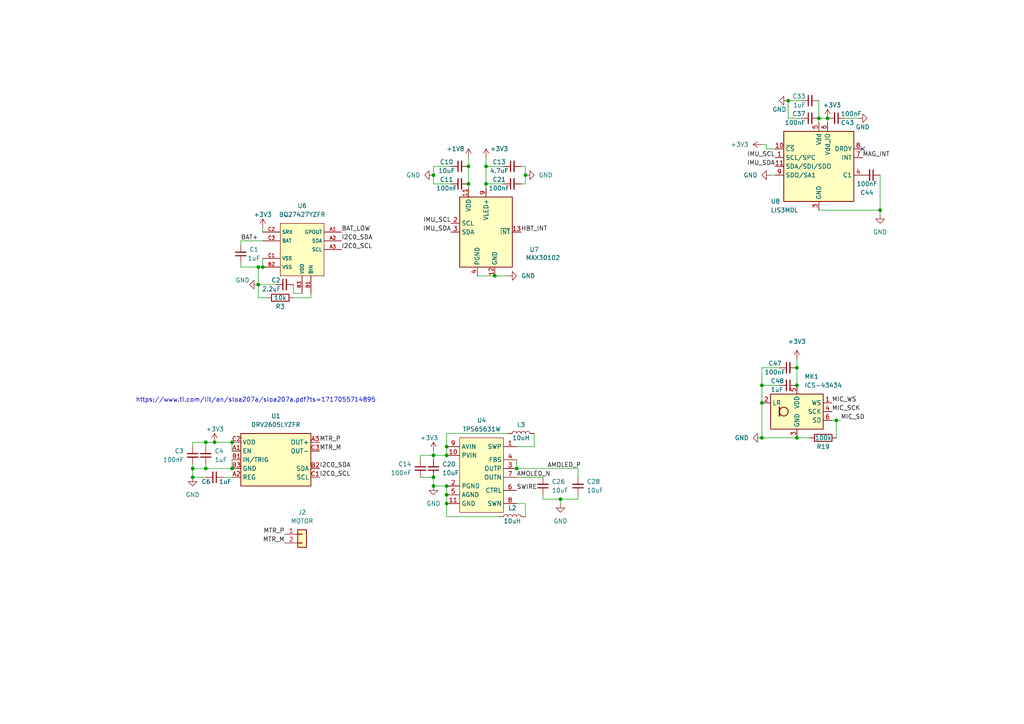
<source format=kicad_sch>
(kicad_sch (version 20230121) (generator eeschema)
  (paper "A4")
  (lib_symbols
    (symbol "Connector_Generic:Conn_01x02" (pin_names (offset 1.016) hide)
      (property "Reference" "J" (at 0 2.54 0))
      (property "Value" "Conn_01x02" (at 0 -5.08 0))
      (symbol "Conn_01x02_1_1"
        (rectangle (start -1.27 -2.413) (end 0 -2.667) (stroke (width 0.1524)))
        (rectangle (start -1.27 0.127) (end 0 -0.127) (stroke (width 0.1524)))
        (rectangle (start -1.27 1.27) (end 1.27 -3.81) (stroke (width 0.254)) (fill (type background)))
        (pin passive line (at -5.08 0 0) (length 3.81) (name "Pin_1") (number "1"))
        (pin passive line (at -5.08 -2.54 0) (length 3.81) (name "Pin_2") (number "2"))
      )
    )
    (symbol "Device:C_Small" (pin_numbers hide) (pin_names (offset 0.254) hide)
      (property "Reference" "C" (at 0.254 1.778 0))
      (property "Value" "C_Small" (at 0.254 -2.032 0))
      (symbol "C_Small_0_1"
        (polyline (pts (xy -1.524 -0.508) (xy 1.524 -0.508)) (stroke (width 0.3302)))
        (polyline (pts (xy -1.524 0.508) (xy 1.524 0.508)) (stroke (width 0.3048)))
      )
      (symbol "C_Small_1_1"
        (pin passive line (at 0 2.54 270) (length 2.032) (name "~") (number "1"))
        (pin passive line (at 0 -2.54 90) (length 2.032) (name "~") (number "2"))
      )
    )
    (symbol "Device:L" (pin_numbers hide) (pin_names (offset 1.016) hide)
      (property "Reference" "L" (at -1.27 0 90))
      (property "Value" "L" (at 1.905 0 90))
      (symbol "L_0_1"
        (arc (start 0 -2.54) (mid 0.6323 -1.905) (end 0 -1.27))
        (arc (start 0 -1.27) (mid 0.6323 -0.635) (end 0 0))
        (arc (start 0 0) (mid 0.6323 0.635) (end 0 1.27))
        (arc (start 0 1.27) (mid 0.6323 1.905) (end 0 2.54))
      )
      (symbol "L_1_1"
        (pin passive line (at 0 3.81 270) (length 1.27) (name "1") (number "1"))
        (pin passive line (at 0 -3.81 90) (length 1.27) (name "2") (number "2"))
      )
    )
    (symbol "Device:R" (pin_numbers hide) (pin_names (offset 0))
      (property "Reference" "R" (at 2.032 0 90))
      (property "Value" "R" (at 0 0 90))
      (symbol "R_0_1"
        (rectangle (start -1.016 -2.54) (end 1.016 2.54) (stroke (width 0.254)))
      )
      (symbol "R_1_1"
        (pin passive line (at 0 3.81 270) (length 1.27) (name "~") (number "1"))
        (pin passive line (at 0 -3.81 90) (length 1.27) (name "~") (number "2"))
      )
    )
    (symbol "Sensor:MAX30102"
      (property "Reference" "U" (at 7.62 15.24 0))
      (property "Value" "MAX30102" (at 7.62 12.7 0))
      (symbol "MAX30102_0_1"
        (rectangle (start -7.62 10.16) (end 7.62 -10.16) (stroke (width 0.254)) (fill (type background)))
      )
      (symbol "MAX30102_1_1"
        (pin no_connect line (at -7.62 5.08 0) (length 2.54) hide (name "NC") (number "1"))
        (pin passive line (at 0 12.7 270) (length 2.54) hide (name "VLED+") (number "10"))
        (pin power_in line (at -5.08 12.7 270) (length 2.54) (name "VDD") (number "11"))
        (pin power_in line (at 2.54 -12.7 90) (length 2.54) (name "GND") (number "12"))
        (pin output line (at 10.16 0 180) (length 2.54) (name "~{INT}") (number "13"))
        (pin no_connect line (at 7.62 2.54 180) (length 2.54) hide (name "NC") (number "14"))
        (pin input line (at -10.16 2.54 0) (length 2.54) (name "SCL") (number "2"))
        (pin bidirectional line (at -10.16 0 0) (length 2.54) (name "SDA") (number "3"))
        (pin power_in line (at -2.54 -12.7 90) (length 2.54) (name "PGND") (number "4"))
        (pin no_connect line (at 7.62 -7.62 180) (length 2.54) hide (name "NC") (number "5"))
        (pin no_connect line (at 7.62 -5.08 180) (length 2.54) hide (name "NC") (number "6"))
        (pin no_connect line (at -7.62 -2.54 0) (length 2.54) hide (name "NC") (number "7"))
        (pin no_connect line (at 7.62 5.08 180) (length 2.54) hide (name "NC") (number "8"))
        (pin power_in line (at 0 12.7 270) (length 2.54) (name "VLED+") (number "9"))
      )
    )
    (symbol "Sensor_Audio:ICS-43434"
      (property "Reference" "MK" (at -7.62 6.35 0))
      (property "Value" "ICS-43434" (at 1.27 6.35 0))
      (symbol "ICS-43434_1_1"
        (rectangle (start -7.62 5.08) (end 7.62 -5.08) (stroke (width 0.254)) (fill (type background)))
        (circle (center -3.81 0) (radius 1.27) (stroke (width 0.254)))
        (polyline (pts (xy -5.08 1.27) (xy -5.08 -1.27)) (stroke (width 0.381)))
        (pin input line (at 10.16 2.54 180) (length 2.54) (name "WS") (number "1"))
        (pin input line (at -10.16 2.54 0) (length 2.54) (name "LR") (number "2"))
        (pin power_in line (at 0 -7.62 90) (length 2.54) (name "GND") (number "3"))
        (pin input line (at 10.16 0 180) (length 2.54) (name "SCK") (number "4"))
        (pin power_in line (at 0 7.62 270) (length 2.54) (name "VDD") (number "5"))
        (pin output line (at 10.16 -2.54 180) (length 2.54) (name "SD") (number "6"))
      )
    )
    (symbol "Sensor_Magnetic:LIS3MDL"
      (property "Reference" "U" (at -8.89 11.43 0))
      (property "Value" "LIS3MDL" (at 7.62 11.43 0))
      (symbol "LIS3MDL_0_1"
        (rectangle (start -10.16 10.16) (end 10.16 -10.16) (stroke (width 0.254)) (fill (type background)))
      )
      (symbol "LIS3MDL_1_1"
        (pin input line (at -12.7 2.54 0) (length 2.54) (name "SCL/SPC") (number "1"))
        (pin input line (at -12.7 5.08 0) (length 2.54) (name "~{CS}") (number "10"))
        (pin bidirectional line (at -12.7 0 0) (length 2.54) (name "SDA/SDI/SDO") (number "11"))
        (pin passive line (at 0 -12.7 90) (length 2.54) hide (name "GND") (number "12"))
        (pin passive line (at 0 -12.7 90) (length 2.54) hide (name "GND") (number "2"))
        (pin power_in line (at 0 -12.7 90) (length 2.54) (name "GND") (number "3"))
        (pin power_out line (at 12.7 -2.54 180) (length 2.54) (name "C1") (number "4"))
        (pin power_in line (at 0 12.7 270) (length 2.54) (name "Vdd") (number "5"))
        (pin power_in line (at 2.54 12.7 270) (length 2.54) (name "Vdd_IO") (number "6"))
        (pin output line (at 12.7 2.54 180) (length 2.54) (name "INT") (number "7"))
        (pin output line (at 12.7 5.08 180) (length 2.54) (name "DRDY") (number "8"))
        (pin bidirectional line (at -12.7 -2.54 0) (length 2.54) (name "SDO/SA1") (number "9"))
      )
    )
    (symbol "custom-lib:BQ27427YZFR"
      (property "Reference" "U" (at 0 11.43 0))
      (property "Value" "BQ27427YZFR" (at 0 8.89 0))
      (symbol "BQ27427YZFR_0_0"
        (pin output line (at 11.43 5.08 180) (length 5.08) (name "GPOUT") (number "A1"))
        (pin bidirectional line (at 11.43 2.54 180) (length 5.08) (name "SDA") (number "A2"))
        (pin input line (at 2.54 -12.7 90) (length 5.08) (name "BIN") (number "B1"))
        (pin power_in line (at -11.43 -5.08 0) (length 5.08) (name "VSS") (number "B2"))
        (pin input line (at -11.43 5.08 0) (length 5.08) (name "SRX") (number "C2"))
        (pin input line (at -11.43 2.54 0) (length 5.08) (name "BAT") (number "C3"))
      )
      (symbol "BQ27427YZFR_1_0"
        (pin input line (at 11.43 0 180) (length 5.08) (name "SCL") (number "A3"))
        (pin power_out line (at 0 -12.7 90) (length 5.08) (name "VDD") (number "B3"))
        (pin power_in line (at -11.43 -2.54 0) (length 5.08) (name "VSS") (number "C1"))
      )
      (symbol "BQ27427YZFR_1_1"
        (rectangle (start -6.35 7.62) (end 6.35 -7.62) (fill (type background)))
      )
    )
    (symbol "custom-lib:DRV2605LYZFR"
      (property "Reference" "U" (at 0 11.43 0))
      (property "Value" "DRV2605LYZFR" (at 0 8.89 0))
      (symbol "DRV2605LYZFR_0_1"
        (rectangle (start -10.16 7.62) (end 10.16 -7.62) (stroke (width 0.254)) (fill (type background)))
      )
      (symbol "DRV2605LYZFR_1_1"
        (pin input line (at -12.7 2.54 0) (length 2.54) (name "EN") (number "A1"))
        (pin passive line (at -12.7 -5.08 0) (length 2.54) (name "REG") (number "A2"))
        (pin output line (at 12.7 5.08 180) (length 2.54) (name "OUT+") (number "A3"))
        (pin input line (at -12.7 0 0) (length 2.54) (name "IN/TRIG") (number "B1"))
        (pin bidirectional line (at 12.7 -2.54 180) (length 2.54) (name "SDA") (number "B2"))
        (pin power_in line (at -12.7 -2.54 0) (length 2.54) (name "GND") (number "B3"))
        (pin input line (at 12.7 -5.08 180) (length 2.54) (name "SCL") (number "C1"))
        (pin power_in line (at -12.7 5.08 0) (length 2.54) (name "VDD") (number "C2"))
        (pin output line (at 12.7 2.54 180) (length 2.54) (name "OUT-") (number "C3"))
      )
    )
    (symbol "custom-lib:LSM6DSV16XTR"
      (property "Reference" "U" (at -1.27 12.7 0))
      (property "Value" "LSM6DSV16XTR" (at 0 10.16 0))
      (symbol "LSM6DSV16XTR_0_1"
        (pin unspecified line (at 21.59 6.35 180) (length 7.62) (name "OCS_AUX") (number "10"))
        (pin power_in line (at -7.62 -17.78 90) (length 7.62) (name "VDD_IO") (number "5"))
        (pin power_in line (at -10.16 -17.78 90) (length 7.62) (name "VDD") (number "8"))
      )
      (symbol "LSM6DSV16XTR_1_1"
        (rectangle (start -13.97 8.89) (end 13.97 -10.16) (fill (type background)))
        (pin input line (at -21.59 3.81 0) (length 7.62) (name "SDO/SA0") (number "1"))
        (pin output line (at 21.59 -1.27 180) (length 7.62) (name "SDO_AUX") (number "11"))
        (pin input line (at -21.59 6.35 0) (length 7.62) (name "CS") (number "12"))
        (pin input line (at -21.59 -1.27 0) (length 7.62) (name "SCL") (number "13"))
        (pin bidirectional line (at -21.59 1.27 0) (length 7.62) (name "SDA") (number "14"))
        (pin bidirectional line (at 21.59 3.81 180) (length 7.62) (name "SDx/AH1/QVAR1") (number "2"))
        (pin bidirectional line (at 21.59 1.27 180) (length 7.62) (name "SCx/AH2/QVAR2") (number "3"))
        (pin output line (at 21.59 -5.08 180) (length 7.62) (name "INT1") (number "4"))
        (pin power_in line (at 2.54 -17.78 90) (length 7.62) (name "GND") (number "6"))
        (pin power_in line (at 5.08 -17.78 90) (length 7.62) (name "GND") (number "7"))
        (pin output line (at 21.59 -7.62 180) (length 7.62) (name "INT2") (number "9"))
      )
    )
    (symbol "custom-lib:TPS65631W"
      (property "Reference" "U" (at 0 13.97 0))
      (property "Value" "TPS65631W" (at 0 11.43 0))
      (symbol "TPS65631W_1_1"
        (rectangle (start -6.35 10.16) (end 6.35 -11.43) (fill (type background)))
        (pin power_out line (at 10.16 7.62 180) (length 3.81) (name "SWP") (number "1"))
        (pin power_in line (at -10.16 5.08 0) (length 3.81) (name "PVIN") (number "10"))
        (pin power_in line (at -10.16 -8.89 0) (length 3.81) (name "GND") (number "11"))
        (pin power_in line (at -10.16 -3.81 0) (length 3.81) (name "PGND") (number "2"))
        (pin power_out line (at 10.16 1.27 180) (length 3.81) (name "OUTP") (number "3"))
        (pin input line (at 10.16 3.81 180) (length 3.81) (name "FBS") (number "4"))
        (pin power_in line (at -10.16 -6.35 0) (length 3.81) (name "AGND") (number "5"))
        (pin input line (at 10.16 -5.08 180) (length 3.81) (name "CTRL") (number "6"))
        (pin power_out line (at 10.16 -1.27 180) (length 3.81) (name "OUTN") (number "7"))
        (pin power_out line (at 10.16 -8.89 180) (length 3.81) (name "SWN") (number "8"))
        (pin power_in line (at -10.16 7.62 0) (length 3.81) (name "AVIN") (number "9"))
      )
    )
    (symbol "power:+1V8" (power) (pin_names (offset 0))
      (property "Value" "+1V8" (at 0 3.556 0))
      (symbol "+1V8_0_1"
        (polyline (pts (xy -0.762 1.27) (xy 0 2.54)))
        (polyline (pts (xy 0 0) (xy 0 2.54)))
        (polyline (pts (xy 0 2.54) (xy 0.762 1.27)))
      )
      (symbol "+1V8_1_1"
        (pin power_in line (at 0 0 90) (length 0) hide (name "+1V8") (number "1"))
      )
    )
    (symbol "power:+3V3" (power) (pin_names (offset 0))
      (property "Value" "+3V3" (at 0 3.556 0))
      (symbol "+3V3_0_1"
        (polyline (pts (xy -0.762 1.27) (xy 0 2.54)))
        (polyline (pts (xy 0 0) (xy 0 2.54)))
        (polyline (pts (xy 0 2.54) (xy 0.762 1.27)))
      )
      (symbol "+3V3_1_1"
        (pin power_in line (at 0 0 90) (length 0) hide (name "+3V3") (number "1"))
      )
    )
    (symbol "power:GND" (power) (pin_names (offset 0))
      (property "Value" "GND" (at 0 -3.81 0))
      (symbol "GND_0_1"
        (polyline (pts (xy 0 0) (xy 0 -1.27) (xy 1.27 -1.27) (xy 0 -2.54) (xy -1.27 -1.27) (xy 0 -1.27)))
      )
      (symbol "GND_1_1"
        (pin power_in line (at 0 0 270) (length 0) hide (name "GND") (number "1"))
      )
    )
  )
  (junction (at 76.2 77.47))
  (junction (at 135.89 53.34))
  (junction (at 129.54 143.51))
  (junction (at 125.73 140.97))
  (junction (at 220.98 127))
  (junction (at 55.88 135.89))
  (junction (at 240.03 34.29))
  (junction (at 176.53 292.1))
  (junction (at 176.53 287.02))
  (junction (at 125.73 50.8))
  (junction (at 59.69 135.89))
  (junction (at 231.14 111.76))
  (junction (at 228.6 29.21))
  (junction (at 55.88 138.43))
  (junction (at 125.73 132.08))
  (junction (at 179.07 281.94))
  (junction (at 129.54 132.08))
  (junction (at 74.93 82.55))
  (junction (at 220.98 111.76))
  (junction (at 140.97 53.34))
  (junction (at 140.97 48.26))
  (junction (at 231.14 127))
  (junction (at 129.54 129.54))
  (junction (at 176.53 281.94))
  (junction (at 255.27 60.96))
  (junction (at 189.23 281.94))
  (junction (at 162.56 144.78))
  (junction (at 67.31 128.27))
  (junction (at 135.89 48.26))
  (junction (at 191.77 292.1))
  (junction (at 237.49 34.29))
  (junction (at 242.57 121.92))
  (junction (at 62.23 128.27))
  (junction (at 220.98 116.84))
  (junction (at 143.51 80.01))
  (junction (at 231.14 106.68))
  (junction (at 67.31 135.89))
  (junction (at 152.4 50.8))
  (junction (at 191.77 287.02))
  (junction (at 191.77 281.94))
  (junction (at 74.93 77.47))
  (junction (at 129.54 146.05))
  (junction (at 129.54 140.97))
  (junction (at 149.86 135.89))
  (junction (at 59.69 128.27))
  (junction (at 125.73 138.43))
  (no_connect (at 250.19 43.18))
  (no_connect (at 208.28 265.43))
  (no_connect (at 208.28 257.81))
  (no_connect (at 208.28 271.78))
  (wire (pts (xy 125.73 132.08) (xy 125.73 133.35)))
  (wire (pts (xy 255.27 60.96) (xy 255.27 50.8)))
  (wire (pts (xy 176.53 292.1) (xy 176.53 293.37)))
  (wire (pts (xy 184.15 292.1) (xy 191.77 292.1)))
  (wire (pts (xy 55.88 128.27) (xy 55.88 129.54)))
  (wire (pts (xy 140.97 53.34) (xy 140.97 54.61)))
  (wire (pts (xy 129.54 125.73) (xy 129.54 129.54)))
  (wire (pts (xy 85.09 85.09) (xy 87.63 85.09)))
  (wire (pts (xy 237.49 29.21) (xy 237.49 34.29)))
  (wire (pts (xy 129.54 125.73) (xy 147.32 125.73)))
  (wire (pts (xy 59.69 128.27) (xy 59.69 129.54)))
  (wire (pts (xy 157.48 144.78) (xy 162.56 144.78)))
  (wire (pts (xy 140.97 45.72) (xy 140.97 48.26)))
  (wire (pts (xy 157.48 262.89) (xy 165.1 262.89)))
  (wire (pts (xy 59.69 138.43) (xy 55.88 138.43)))
  (wire (pts (xy 146.05 53.34) (xy 140.97 53.34)))
  (wire (pts (xy 85.09 86.36) (xy 90.17 86.36)))
  (wire (pts (xy 237.49 34.29) (xy 240.03 34.29)))
  (wire (pts (xy 69.85 69.85) (xy 76.2 69.85)))
  (wire (pts (xy 223.52 50.8) (xy 224.79 50.8)))
  (wire (pts (xy 245.11 34.29) (xy 248.92 34.29)))
  (wire (pts (xy 76.2 74.93) (xy 76.2 77.47)))
  (wire (pts (xy 74.93 82.55) (xy 74.93 77.47)))
  (wire (pts (xy 62.23 128.27) (xy 67.31 128.27)))
  (wire (pts (xy 242.57 121.92) (xy 242.57 127)))
  (wire (pts (xy 140.97 48.26) (xy 140.97 53.34)))
  (wire (pts (xy 176.53 281.94) (xy 176.53 287.02)))
  (wire (pts (xy 191.77 292.1) (xy 191.77 287.02)))
  (wire (pts (xy 151.13 53.34) (xy 152.4 53.34)))
  (wire (pts (xy 158.75 260.35) (xy 165.1 260.35)))
  (wire (pts (xy 228.6 34.29) (xy 232.41 34.29)))
  (wire (pts (xy 135.89 53.34) (xy 135.89 54.61)))
  (wire (pts (xy 129.54 140.97) (xy 125.73 140.97)))
  (wire (pts (xy 90.17 86.36) (xy 90.17 85.09)))
  (wire (pts (xy 184.15 281.94) (xy 189.23 281.94)))
  (wire (pts (xy 146.05 48.26) (xy 140.97 48.26)))
  (wire (pts (xy 77.47 86.36) (xy 74.93 86.36)))
  (wire (pts (xy 143.51 80.01) (xy 138.43 80.01)))
  (wire (pts (xy 242.57 121.92) (xy 243.84 121.92)))
  (wire (pts (xy 220.98 41.91) (xy 222.25 41.91)))
  (wire (pts (xy 231.14 104.14) (xy 231.14 106.68)))
  (wire (pts (xy 129.54 143.51) (xy 129.54 146.05)))
  (wire (pts (xy 74.93 86.36) (xy 74.93 82.55)))
  (wire (pts (xy 184.15 287.02) (xy 191.77 287.02)))
  (wire (pts (xy 226.06 111.76) (xy 220.98 111.76)))
  (wire (pts (xy 135.89 45.72) (xy 135.89 48.26)))
  (wire (pts (xy 149.86 129.54) (xy 154.94 129.54)))
  (wire (pts (xy 237.49 60.96) (xy 255.27 60.96)))
  (wire (pts (xy 152.4 146.05) (xy 152.4 149.86)))
  (wire (pts (xy 135.89 48.26) (xy 135.89 53.34)))
  (wire (pts (xy 149.86 135.89) (xy 167.64 135.89)))
  (wire (pts (xy 125.73 130.81) (xy 125.73 132.08)))
  (wire (pts (xy 162.56 144.78) (xy 167.64 144.78)))
  (wire (pts (xy 55.88 138.43) (xy 55.88 135.89)))
  (wire (pts (xy 121.92 138.43) (xy 125.73 138.43)))
  (wire (pts (xy 176.53 281.94) (xy 179.07 281.94)))
  (wire (pts (xy 55.88 135.89) (xy 59.69 135.89)))
  (wire (pts (xy 59.69 135.89) (xy 67.31 135.89)))
  (wire (pts (xy 149.86 146.05) (xy 152.4 146.05)))
  (wire (pts (xy 232.41 29.21) (xy 228.6 29.21)))
  (wire (pts (xy 231.14 106.68) (xy 231.14 111.76)))
  (wire (pts (xy 157.48 265.43) (xy 165.1 265.43)))
  (wire (pts (xy 69.85 76.2) (xy 69.85 77.47)))
  (wire (pts (xy 59.69 128.27) (xy 62.23 128.27)))
  (wire (pts (xy 67.31 128.27) (xy 67.31 130.81)))
  (wire (pts (xy 220.98 116.84) (xy 220.98 127)))
  (wire (pts (xy 129.54 149.86) (xy 129.54 146.05)))
  (wire (pts (xy 220.98 106.68) (xy 220.98 111.76)))
  (wire (pts (xy 222.25 41.91) (xy 222.25 43.18)))
  (wire (pts (xy 67.31 133.35) (xy 67.31 135.89)))
  (wire (pts (xy 129.54 140.97) (xy 129.54 143.51)))
  (wire (pts (xy 121.92 132.08) (xy 125.73 132.08)))
  (wire (pts (xy 255.27 62.23) (xy 255.27 60.96)))
  (wire (pts (xy 152.4 50.8) (xy 152.4 48.26)))
  (wire (pts (xy 237.49 34.29) (xy 237.49 35.56)))
  (wire (pts (xy 231.14 127) (xy 220.98 127)))
  (wire (pts (xy 240.03 34.29) (xy 240.03 35.56)))
  (wire (pts (xy 121.92 132.08) (xy 121.92 133.35)))
  (wire (pts (xy 241.3 121.92) (xy 242.57 121.92)))
  (wire (pts (xy 222.25 43.18) (xy 224.79 43.18)))
  (wire (pts (xy 226.06 106.68) (xy 220.98 106.68)))
  (wire (pts (xy 144.78 149.86) (xy 129.54 149.86)))
  (wire (pts (xy 74.93 77.47) (xy 76.2 77.47)))
  (wire (pts (xy 220.98 111.76) (xy 220.98 116.84)))
  (wire (pts (xy 167.64 135.89) (xy 167.64 138.43)))
  (wire (pts (xy 176.53 287.02) (xy 176.53 292.1)))
  (wire (pts (xy 125.73 48.26) (xy 125.73 50.8)))
  (wire (pts (xy 129.54 129.54) (xy 129.54 132.08)))
  (wire (pts (xy 152.4 53.34) (xy 152.4 50.8)))
  (wire (pts (xy 191.77 287.02) (xy 191.77 281.94)))
  (wire (pts (xy 179.07 292.1) (xy 176.53 292.1)))
  (wire (pts (xy 125.73 140.97) (xy 125.73 138.43)))
  (wire (pts (xy 125.73 50.8) (xy 125.73 53.34)))
  (wire (pts (xy 55.88 128.27) (xy 59.69 128.27)))
  (wire (pts (xy 191.77 293.37) (xy 191.77 292.1)))
  (wire (pts (xy 189.23 281.94) (xy 191.77 281.94)))
  (wire (pts (xy 59.69 134.62) (xy 59.69 135.89)))
  (wire (pts (xy 154.94 129.54) (xy 154.94 125.73)))
  (wire (pts (xy 149.86 133.35) (xy 149.86 135.89)))
  (wire (pts (xy 130.81 48.26) (xy 125.73 48.26)))
  (wire (pts (xy 147.32 80.01) (xy 143.51 80.01)))
  (wire (pts (xy 125.73 53.34) (xy 130.81 53.34)))
  (wire (pts (xy 157.48 144.78) (xy 157.48 143.51)))
  (wire (pts (xy 55.88 134.62) (xy 55.88 135.89)))
  (wire (pts (xy 74.93 82.55) (xy 80.01 82.55)))
  (wire (pts (xy 167.64 144.78) (xy 167.64 143.51)))
  (wire (pts (xy 152.4 48.26) (xy 151.13 48.26)))
  (wire (pts (xy 125.73 132.08) (xy 129.54 132.08)))
  (wire (pts (xy 162.56 144.78) (xy 162.56 146.05)))
  (wire (pts (xy 231.14 127) (xy 234.95 127)))
  (wire (pts (xy 76.2 66.04) (xy 76.2 67.31)))
  (wire (pts (xy 176.53 287.02) (xy 179.07 287.02)))
  (wire (pts (xy 69.85 71.12) (xy 69.85 69.85)))
  (wire (pts (xy 228.6 29.21) (xy 228.6 34.29)))
  (wire (pts (xy 85.09 82.55) (xy 85.09 85.09)))
  (wire (pts (xy 149.86 138.43) (xy 157.48 138.43)))
  (wire (pts (xy 64.77 138.43) (xy 67.31 138.43)))
  (wire (pts (xy 69.85 77.47) (xy 74.93 77.47)))
  (text "https://www.ti.com/lit/an/sloa207a/sloa207a.pdf?ts=1717055714895" (at 39.37 116.84 0) (effects (font (size 1.27 1.27)) (justify left bottom)))
  (label "MAG_INT" (at 250.19 45.72 0))
  (label "MTR_P" (at 82.55 154.94 180))
  (label "IMU_SCL" (at 224.79 45.72 180))
  (label "IMU_Wakeup" (at 208.28 269.24 0))
  (label "BAT+" (at 74.93 69.85 180))
  (label "AMOLED_P" (at 158.75 135.89 0))
  (label "HBT_INT" (at 151.13 67.31 0))
  (label "MTR_M" (at 92.71 130.81 0))
  (label "I2C0_SDA" (at 92.71 135.89 0))
  (label "SWIRE" (at 149.86 142.24 0))
  (label "MTR_M" (at 82.55 157.48 180))
  (label "I2C0_SDA" (at 99.06 69.85 0))
  (label "IMU_SCL" (at 208.28 262.89 0))
  (label "IMU_SDA" (at 224.79 48.26 180))
  (label "BAT_LOW" (at 99.06 67.31 0))
  (label "MIC_SD" (at 243.84 121.92 0))
  (label "IMU_SCL" (at 130.81 64.77 180))
  (label "AMOLED_N" (at 149.86 138.43 0))
  (label "IMU_SDA" (at 208.28 260.35 0))
  (label "MIC_SCK" (at 241.3 119.38 0))
  (label "MIC_WS" (at 241.3 116.84 0))
  (label "IMU_SDA" (at 130.81 67.31 180))
  (label "I2C0_SCL" (at 99.06 72.39 0))
  (label "I2C1_SDA" (at 157.48 262.89 180))
  (label "I2C0_SCL" (at 92.71 138.43 0))
  (label "MTR_P" (at 92.71 128.27 0))
  (label "I2C1_SCL" (at 157.48 265.43 180))
  (symbol (lib_id "Device:C_Small") (at 82.55 82.55 90) (unit 1)
    (property "Reference" "C2" (at 80.01 81.28 90))
    (property "Value" "2.2uF" (at 78.74 83.82 90))
  )
  (symbol (lib_id "Device:C_Small") (at 252.73 50.8 270) (unit 1)
    (property "Reference" "C44" (at 251.46 55.88 90))
    (property "Value" "100nF" (at 251.46 53.34 90))
  )
  (symbol (lib_id "power:GND") (at 162.56 146.05 0) (unit 1)
    (property "Reference" "#PWR027" (effects hide))
    (property "Value" "GND" (at 162.56 151.13 0))
  )
  (symbol (lib_id "Device:R") (at 238.76 127 90) (unit 1)
    (property "Reference" "R19" (at 238.76 129.54 90))
    (property "Value" "100k" (at 238.76 127 90))
  )
  (symbol (lib_id "power:+3V3") (at 76.2 66.04 0) (unit 1)
    (property "Reference" "#PWR02" (effects hide))
    (property "Value" "+3V3" (at 76.2 62.23 0))
  )
  (symbol (lib_id "Device:C_Small") (at 121.92 135.89 0) (mirror y) (unit 1)
    (property "Reference" "C14" (at 119.38 134.62 0) (effects (justify left)))
    (property "Value" "100nF" (at 119.38 137.16 0) (effects (justify left)))
  )
  (symbol (lib_id "Device:C_Small") (at 181.61 292.1 90) (unit 1)
    (property "Reference" "C51" (at 186.69 290.83 90) (effects (justify left)))
    (property "Value" "100nF" (at 189.23 293.37 90) (effects (justify left)))
  )
  (symbol (lib_id "custom-lib:DRV2605LYZFR") (at 80.01 133.35 0) (unit 1)
    (property "Reference" "U1" (at 80.01 120.65 0))
    (property "Value" "DRV2605LYZFR" (at 80.01 123.19 0))
    (property "Footprint" "Package_BGA:Texas_DSBGA-9_1.4715x1.4715mm_Layout3x3_P0.5mm" (effects hide))
    (property "Datasheet" "https://www.ti.com/lit/ds/symlink/drv2605l.pdf?ts=1716977265344&ref_url=https%253A%252F%252Fwww.ti.com%252Fproduct%252FDRV2605L" (effects hide))
  )
  (symbol (lib_id "power:+3V3") (at 125.73 130.81 0) (unit 1)
    (property "Reference" "#PWR019" (effects hide))
    (property "Value" "+3V3" (at 124.46 127 0))
  )
  (symbol (lib_id "custom-lib:BQ27427YZFR") (at 87.63 72.39 0) (unit 1)
    (property "Reference" "U6" (at 87.63 59.69 0))
    (property "Value" "BQ27427YZFR" (at 87.63 62.23 0))
    (property "Footprint" "Package_BGA:Texas_DSBGA-9_1.4715x1.4715mm_Layout3x3_P0.5mm" (effects hide))
    (property "Datasheet" "https://www.ti.com/lit/ds/symlink/bq27427.pdf?ts=1717064014320&ref_url=https%253A%252F%252Fwww.ti.com%252Fbattery-management%252Ffuel-gauges%252Fproducts.html" (effects hide))
  )
  (symbol (lib_id "Device:C_Small") (at 125.73 135.89 0) (mirror x) (unit 1)
    (property "Reference" "C20" (at 128.27 134.62 0) (effects (justify left)))
    (property "Value" "10uF" (at 128.27 137.16 0) (effects (justify left)))
  )
  (symbol (lib_id "Sensor_Magnetic:LIS3MDL") (at 237.49 48.26 0) (unit 1)
    (property "Reference" "U8" (at 223.52 58.42 0) (effects (justify left)))
    (property "Value" "LIS3MDL" (at 223.52 60.96 0) (effects (justify left)))
    (property "Footprint" "Package_LGA:LGA-12_2x2mm_P0.5mm" (effects hide))
    (property "Datasheet" "https://www.st.com/resource/en/datasheet/lis3mdl.pdf" (effects hide))
  )
  (symbol (lib_id "power:+3V3") (at 231.14 104.14 0) (unit 1)
    (property "Reference" "#PWR053" (effects hide))
    (property "Value" "+3V3" (at 231.14 99.06 0))
  )
  (symbol (lib_id "Device:L") (at 148.59 149.86 90) (unit 1)
    (property "Reference" "L2" (at 148.59 147.32 90))
    (property "Value" "10uH" (at 148.59 151.13 90))
  )
  (symbol (lib_id "power:GND") (at 191.77 293.37 0) (unit 1)
    (property "Reference" "#PWR057" (effects hide))
    (property "Value" "GND" (at 191.77 298.45 0))
  )
  (symbol (lib_id "Sensor_Audio:ICS-43434") (at 231.14 119.38 0) (unit 1)
    (property "Reference" "MK1" (at 233.3341 109.22 0) (effects (justify left)))
    (property "Value" "ICS-43434" (at 233.3341 111.76 0) (effects (justify left)))
    (property "Footprint" "Sensor_Audio:InvenSense_ICS-43434-6_3.5x2.65mm" (effects hide))
    (property "Datasheet" "https://www.invensense.com/wp-content/uploads/2016/02/DS-000069-ICS-43434-v1.2.pdf" (effects hide))
  )
  (symbol (lib_id "power:GND") (at 125.73 50.8 270) (unit 1)
    (property "Reference" "#PWR03" (effects hide))
    (property "Value" "GND" (at 121.92 50.8 90) (effects (justify right)))
  )
  (symbol (lib_id "Device:C_Small") (at 228.6 106.68 90) (unit 1)
    (property "Reference" "C47" (at 224.79 105.41 90))
    (property "Value" "100nF" (at 224.79 107.95 90))
  )
  (symbol (lib_id "power:+3V3") (at 140.97 45.72 0) (unit 1)
    (property "Reference" "#PWR011" (effects hide))
    (property "Value" "+3V3" (at 144.78 43.18 0))
  )
  (symbol (lib_id "Device:C_Small") (at 133.35 48.26 90) (unit 1)
    (property "Reference" "C10" (at 129.54 46.99 90))
    (property "Value" "10uF" (at 129.54 49.53 90))
  )
  (symbol (lib_id "power:GND") (at 152.4 50.8 90) (unit 1)
    (property "Reference" "#PWR018" (effects hide))
    (property "Value" "GND" (at 156.21 50.8 90) (effects (justify right)))
  )
  (symbol (lib_id "custom-lib:LSM6DSV16XTR") (at 186.69 264.16 0) (unit 1)
    (property "Reference" "U11" (at 186.69 250.19 0))
    (property "Value" "LSM6DSV16XTR" (at 186.69 252.73 0))
    (property "Footprint" "Package_LGA:LGA-14_3x2.5mm_P0.5mm_LayoutBorder3x4y" (effects hide))
    (property "Datasheet" "https://www.st.com/content/ccc/resource/technical/document/datasheet/group3/47/03/b2/44/47/32/4b/76/DM00741844/files/DM00741844.pdf/jcr:content/translations/en.DM00741844.pdf" (effects hide))
  )
  (symbol (lib_id "power:GND") (at 228.6 29.21 270) (unit 1)
    (property "Reference" "#PWR047" (effects hide))
    (property "Value" "GND" (at 226.06 31.75 90))
  )
  (symbol (lib_id "Device:R") (at 81.28 86.36 90) (unit 1)
    (property "Reference" "R3" (at 81.28 88.9 90))
    (property "Value" "10k" (at 81.28 86.36 90))
  )
  (symbol (lib_id "Device:C_Small") (at 69.85 73.66 180) (unit 1)
    (property "Reference" "C1" (at 73.66 72.39 0))
    (property "Value" "1uF" (at 73.66 74.93 0))
  )
  (symbol (lib_id "Device:C_Small") (at 167.64 140.97 0) (mirror x) (unit 1)
    (property "Reference" "C28" (at 170.18 139.7 0) (effects (justify left)))
    (property "Value" "10uF" (at 170.18 142.24 0) (effects (justify left)))
  )
  (symbol (lib_id "Device:C_Small") (at 59.69 132.08 0) (mirror x) (unit 1)
    (property "Reference" "C4" (at 62.23 130.81 0) (effects (justify left)))
    (property "Value" "1uF" (at 62.23 133.35 0) (effects (justify left)))
  )
  (symbol (lib_id "power:+3V3") (at 62.23 128.27 0) (unit 1)
    (property "Reference" "#PWR09" (effects hide))
    (property "Value" "+3V3" (at 59.69 124.46 0) (effects (justify left)))
  )
  (symbol (lib_id "power:GND") (at 55.88 138.43 0) (unit 1)
    (property "Reference" "#PWR06" (effects hide))
    (property "Value" "GND" (at 55.88 143.51 0))
  )
  (symbol (lib_id "power:GND") (at 158.75 260.35 180) (unit 1)
    (property "Reference" "#PWR054" (effects hide))
    (property "Value" "GND" (at 158.75 255.27 0))
  )
  (symbol (lib_id "power:GND") (at 74.93 82.55 270) (unit 1)
    (property "Reference" "#PWR01" (effects hide))
    (property "Value" "GND" (at 72.39 81.28 90) (effects (justify right)))
  )
  (symbol (lib_id "custom-lib:TPS65631W") (at 139.7 137.16 0) (unit 1)
    (property "Reference" "U4" (at 139.7 121.92 0))
    (property "Value" "TPS65631W" (at 139.7 124.46 0))
    (property "Footprint" "Package_SON:WSON-10-1EP_2.5x2.5mm_P0.5mm_EP1.2x2mm_ThermalVias" (effects hide))
    (property "Datasheet" "https://www.ti.com/lit/ds/symlink/tps65631w.pdf?ts=1717815285268&ref_url=https%253A%252F%252Fwww.ti.com%252Fpower-management%252Flcd-oled-display-power-drivers%252Fproducts.html" (effects hide))
  )
  (symbol (lib_id "Device:C_Small") (at 133.35 53.34 90) (unit 1)
    (property "Reference" "C11" (at 129.54 52.07 90))
    (property "Value" "100nF" (at 129.54 54.61 90))
  )
  (symbol (lib_id "Device:C_Small") (at 234.95 29.21 90) (mirror x) (unit 1)
    (property "Reference" "C33" (at 233.68 27.94 90) (effects (justify left)))
    (property "Value" "1uF" (at 233.68 30.48 90) (effects (justify left)))
  )
  (symbol (lib_id "power:GND") (at 147.32 80.01 90) (unit 1)
    (property "Reference" "#PWR016" (effects hide))
    (property "Value" "GND" (at 151.13 80.01 90) (effects (justify right)))
  )
  (symbol (lib_id "power:GND") (at 223.52 50.8 270) (unit 1)
    (property "Reference" "#PWR038" (effects hide))
    (property "Value" "GND" (at 219.71 50.8 90) (effects (justify right)))
  )
  (symbol (lib_id "Device:C_Small") (at 181.61 287.02 90) (unit 1)
    (property "Reference" "C50" (at 186.69 285.75 90) (effects (justify left)))
    (property "Value" "100nF" (at 189.23 288.29 90) (effects (justify left)))
  )
  (symbol (lib_id "Device:C_Small") (at 157.48 140.97 0) (mirror x) (unit 1)
    (property "Reference" "C26" (at 160.02 139.7 0) (effects (justify left)))
    (property "Value" "10uF" (at 160.02 142.24 0) (effects (justify left)))
  )
  (symbol (lib_id "Device:C_Small") (at 148.59 48.26 90) (unit 1)
    (property "Reference" "C13" (at 144.78 46.99 90))
    (property "Value" "4.7uF" (at 144.78 49.53 90))
  )
  (symbol (lib_id "power:GND") (at 220.98 127 270) (unit 1)
    (property "Reference" "#PWR049" (effects hide))
    (property "Value" "GND" (at 217.17 127 90) (effects (justify right)))
  )
  (symbol (lib_id "power:GND") (at 248.92 34.29 90) (unit 1)
    (property "Reference" "#PWR050" (effects hide))
    (property "Value" "GND" (at 250.19 36.83 90))
  )
  (symbol (lib_id "power:+1V8") (at 135.89 45.72 0) (unit 1)
    (property "Reference" "#PWR04" (effects hide))
    (property "Value" "+1V8" (at 132.08 43.18 0))
  )
  (symbol (lib_id "Device:C_Small") (at 181.61 281.94 90) (unit 1)
    (property "Reference" "C49" (at 186.69 280.67 90) (effects (justify left)))
    (property "Value" "1uF" (at 186.69 283.21 90) (effects (justify left)))
  )
  (symbol (lib_id "Connector_Generic:Conn_01x02") (at 87.63 154.94 0) (unit 1)
    (property "Reference" "J2" (at 87.63 148.59 0))
    (property "Value" "MOTOR" (at 87.63 151.13 0))
    (property "Footprint" "custom-lib:Battery_Connector" (effects hide))
  )
  (symbol (lib_id "Device:C_Small") (at 62.23 138.43 270) (mirror x) (unit 1)
    (property "Reference" "C6" (at 58.42 139.7 90) (effects (justify left)))
    (property "Value" "1uF" (at 63.5 139.7 90) (effects (justify left)))
  )
  (symbol (lib_id "Sensor:MAX30102") (at 140.97 67.31 0) (unit 1)
    (property "Reference" "U7" (at 154.94 72.39 0))
    (property "Value" "MAX30102" (at 157.48 74.7679 0))
    (property "Footprint" "OptoDevice:Maxim_OLGA-14_3.3x5.6mm_P0.8mm" (effects hide))
    (property "Datasheet" "https://datasheets.maximintegrated.com/en/ds/MAX30102.pdf" (effects hide))
  )
  (symbol (lib_id "Device:C_Small") (at 234.95 34.29 90) (unit 1)
    (property "Reference" "C37" (at 233.68 33.02 90) (effects (justify left)))
    (property "Value" "100nF" (at 233.68 35.56 90) (effects (justify left)))
  )
  (symbol (lib_id "power:+3V3") (at 240.03 34.29 0) (unit 1)
    (property "Reference" "#PWR048" (effects hide))
    (property "Value" "+3V3" (at 241.3 30.48 0))
  )
  (symbol (lib_id "Device:C_Small") (at 242.57 34.29 270) (unit 1)
    (property "Reference" "C43" (at 243.84 35.56 90) (effects (justify left)))
    (property "Value" "100nF" (at 243.84 33.02 90) (effects (justify left)))
  )
  (symbol (lib_id "power:GND") (at 255.27 62.23 0) (unit 1)
    (property "Reference" "#PWR052" (effects hide))
    (property "Value" "GND" (at 255.27 67.31 0))
  )
  (symbol (lib_id "Device:C_Small") (at 148.59 53.34 90) (unit 1)
    (property "Reference" "C21" (at 144.78 52.07 90))
    (property "Value" "100nF" (at 144.78 54.61 90))
  )
  (symbol (lib_id "power:GND") (at 125.73 140.97 0) (unit 1)
    (property "Reference" "#PWR020" (effects hide))
    (property "Value" "GND" (at 125.73 146.05 0))
  )
  (symbol (lib_id "Device:C_Small") (at 55.88 132.08 0) (mirror y) (unit 1)
    (property "Reference" "C3" (at 53.34 130.81 0) (effects (justify left)))
    (property "Value" "100nF" (at 53.34 133.35 0) (effects (justify left)))
  )
  (symbol (lib_id "power:+3V3") (at 176.53 293.37 180) (unit 1)
    (property "Reference" "#PWR056" (effects hide))
    (property "Value" "+3V3" (at 179.07 297.18 0) (effects (justify left)))
  )
  (symbol (lib_id "Device:L") (at 151.13 125.73 90) (unit 1)
    (property "Reference" "L3" (at 151.13 123.19 90))
    (property "Value" "10uH" (at 151.13 127 90))
  )
  (symbol (lib_id "power:+3V3") (at 220.98 41.91 90) (unit 1)
    (property "Reference" "#PWR037" (effects hide))
    (property "Value" "+3V3" (at 217.17 41.91 90) (effects (justify left)))
  )
  (symbol (lib_id "power:+3V3") (at 165.1 257.81 0) (unit 1)
    (property "Reference" "#PWR055" (effects hide))
    (property "Value" "+3V3" (at 162.56 254 0) (effects (justify left)))
  )
  (symbol (lib_id "Device:C_Small") (at 228.6 111.76 270) (mirror x) (unit 1)
    (property "Reference" "C48" (at 223.52 110.49 90) (effects (justify left)))
    (property "Value" "1uF" (at 223.52 113.03 90) (effects (justify left)))
  )
)
</source>
